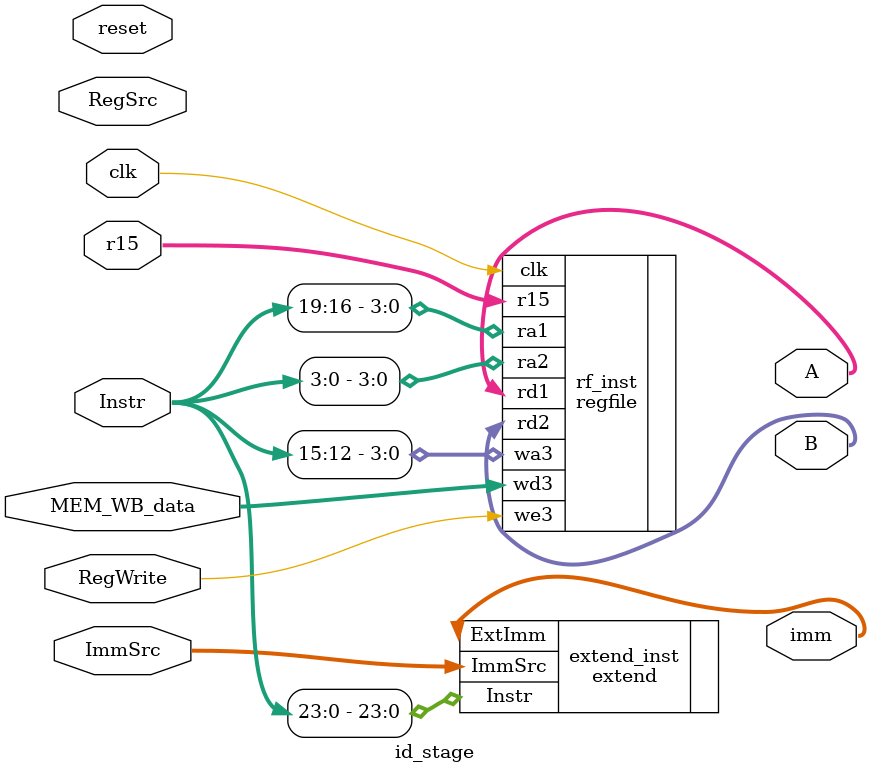
<source format=v>
module id_stage (
    input wire clk,
    input wire reset,
    input wire [31:0] Instr,
    input wire [1:0] RegSrc,
    input wire RegWrite,
    input wire [1:0] ImmSrc,
    input wire [31:0] MEM_WB_data,
    input wire [31:0] r15,
    output wire [31:0] A,
    output wire [31:0] B,
    output wire [31:0] imm
);
    // Banco de registros
    regfile rf_inst (
        .clk(clk),
        .we3(RegWrite),
        .ra1(Instr[19:16]),
        .ra2(Instr[3:0]),
        .wa3(Instr[15:12]),
        .wd3(MEM_WB_data),
        .r15(r15),
        .rd1(A),
        .rd2(B)
    );

    // Extensor de señales
    extend extend_inst (
        .Instr(Instr[23:0]),
        .ImmSrc(ImmSrc),
        .ExtImm(imm)
    );
endmodule

</source>
